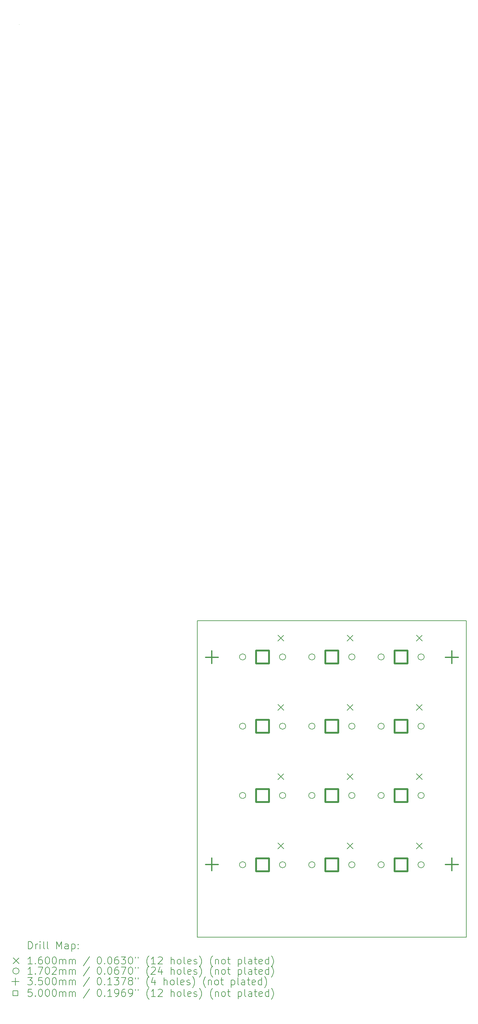
<source format=gbr>
%FSLAX45Y45*%
G04 Gerber Fmt 4.5, Leading zero omitted, Abs format (unit mm)*
G04 Created by KiCad (PCBNEW (6.0.1)) date 2022-02-13 15:50:42*
%MOMM*%
%LPD*%
G01*
G04 APERTURE LIST*
%TA.AperFunction,Profile*%
%ADD10C,0.100000*%
%TD*%
%TA.AperFunction,Profile*%
%ADD11C,0.200000*%
%TD*%
%ADD12C,0.200000*%
%ADD13C,0.160000*%
%ADD14C,0.170180*%
%ADD15C,0.350000*%
%ADD16C,0.500000*%
G04 APERTURE END LIST*
D10*
X6700000Y9400000D02*
G75*
G03*
X6700000Y9400000I0J0D01*
G01*
D11*
X19000000Y-7000000D02*
X11600000Y-7000000D01*
X11600000Y-7000000D02*
X11600000Y-15700000D01*
X11600000Y-15700000D02*
X19000000Y-15700000D01*
X19000000Y-15700000D02*
X19000000Y-7000000D01*
D12*
D13*
X13815000Y-7397500D02*
X13975000Y-7557500D01*
X13975000Y-7397500D02*
X13815000Y-7557500D01*
X13815000Y-9302500D02*
X13975000Y-9462500D01*
X13975000Y-9302500D02*
X13815000Y-9462500D01*
X13815000Y-11207500D02*
X13975000Y-11367500D01*
X13975000Y-11207500D02*
X13815000Y-11367500D01*
X13815000Y-13112500D02*
X13975000Y-13272500D01*
X13975000Y-13112500D02*
X13815000Y-13272500D01*
X15720000Y-7397500D02*
X15880000Y-7557500D01*
X15880000Y-7397500D02*
X15720000Y-7557500D01*
X15720000Y-9302500D02*
X15880000Y-9462500D01*
X15880000Y-9302500D02*
X15720000Y-9462500D01*
X15720000Y-11207500D02*
X15880000Y-11367500D01*
X15880000Y-11207500D02*
X15720000Y-11367500D01*
X15720000Y-13112500D02*
X15880000Y-13272500D01*
X15880000Y-13112500D02*
X15720000Y-13272500D01*
X17625000Y-7397500D02*
X17785000Y-7557500D01*
X17785000Y-7397500D02*
X17625000Y-7557500D01*
X17625000Y-9302500D02*
X17785000Y-9462500D01*
X17785000Y-9302500D02*
X17625000Y-9462500D01*
X17625000Y-11207500D02*
X17785000Y-11367500D01*
X17785000Y-11207500D02*
X17625000Y-11367500D01*
X17625000Y-13112500D02*
X17785000Y-13272500D01*
X17785000Y-13112500D02*
X17625000Y-13272500D01*
D14*
X12930090Y-7992500D02*
G75*
G03*
X12930090Y-7992500I-85090J0D01*
G01*
X12930090Y-9897500D02*
G75*
G03*
X12930090Y-9897500I-85090J0D01*
G01*
X12930090Y-11802500D02*
G75*
G03*
X12930090Y-11802500I-85090J0D01*
G01*
X12930090Y-13707500D02*
G75*
G03*
X12930090Y-13707500I-85090J0D01*
G01*
X14030090Y-7992500D02*
G75*
G03*
X14030090Y-7992500I-85090J0D01*
G01*
X14030090Y-9897500D02*
G75*
G03*
X14030090Y-9897500I-85090J0D01*
G01*
X14030090Y-11802500D02*
G75*
G03*
X14030090Y-11802500I-85090J0D01*
G01*
X14030090Y-13707500D02*
G75*
G03*
X14030090Y-13707500I-85090J0D01*
G01*
X14835090Y-7992500D02*
G75*
G03*
X14835090Y-7992500I-85090J0D01*
G01*
X14835090Y-9897500D02*
G75*
G03*
X14835090Y-9897500I-85090J0D01*
G01*
X14835090Y-11802500D02*
G75*
G03*
X14835090Y-11802500I-85090J0D01*
G01*
X14835090Y-13707500D02*
G75*
G03*
X14835090Y-13707500I-85090J0D01*
G01*
X15935090Y-7992500D02*
G75*
G03*
X15935090Y-7992500I-85090J0D01*
G01*
X15935090Y-9897500D02*
G75*
G03*
X15935090Y-9897500I-85090J0D01*
G01*
X15935090Y-11802500D02*
G75*
G03*
X15935090Y-11802500I-85090J0D01*
G01*
X15935090Y-13707500D02*
G75*
G03*
X15935090Y-13707500I-85090J0D01*
G01*
X16740090Y-7992500D02*
G75*
G03*
X16740090Y-7992500I-85090J0D01*
G01*
X16740090Y-9897500D02*
G75*
G03*
X16740090Y-9897500I-85090J0D01*
G01*
X16740090Y-11802500D02*
G75*
G03*
X16740090Y-11802500I-85090J0D01*
G01*
X16740090Y-13707500D02*
G75*
G03*
X16740090Y-13707500I-85090J0D01*
G01*
X17840090Y-7992500D02*
G75*
G03*
X17840090Y-7992500I-85090J0D01*
G01*
X17840090Y-9897500D02*
G75*
G03*
X17840090Y-9897500I-85090J0D01*
G01*
X17840090Y-11802500D02*
G75*
G03*
X17840090Y-11802500I-85090J0D01*
G01*
X17840090Y-13707500D02*
G75*
G03*
X17840090Y-13707500I-85090J0D01*
G01*
D15*
X12000000Y-7825000D02*
X12000000Y-8175000D01*
X11825000Y-8000000D02*
X12175000Y-8000000D01*
X12000000Y-13525000D02*
X12000000Y-13875000D01*
X11825000Y-13700000D02*
X12175000Y-13700000D01*
X18600000Y-7825000D02*
X18600000Y-8175000D01*
X18425000Y-8000000D02*
X18775000Y-8000000D01*
X18600000Y-13525000D02*
X18600000Y-13875000D01*
X18425000Y-13700000D02*
X18775000Y-13700000D01*
D16*
X13571778Y-8169278D02*
X13571778Y-7815722D01*
X13218222Y-7815722D01*
X13218222Y-8169278D01*
X13571778Y-8169278D01*
X13571778Y-10074278D02*
X13571778Y-9720722D01*
X13218222Y-9720722D01*
X13218222Y-10074278D01*
X13571778Y-10074278D01*
X13571778Y-11979278D02*
X13571778Y-11625722D01*
X13218222Y-11625722D01*
X13218222Y-11979278D01*
X13571778Y-11979278D01*
X13571778Y-13884278D02*
X13571778Y-13530722D01*
X13218222Y-13530722D01*
X13218222Y-13884278D01*
X13571778Y-13884278D01*
X15476778Y-8169278D02*
X15476778Y-7815722D01*
X15123222Y-7815722D01*
X15123222Y-8169278D01*
X15476778Y-8169278D01*
X15476778Y-10074278D02*
X15476778Y-9720722D01*
X15123222Y-9720722D01*
X15123222Y-10074278D01*
X15476778Y-10074278D01*
X15476778Y-11979278D02*
X15476778Y-11625722D01*
X15123222Y-11625722D01*
X15123222Y-11979278D01*
X15476778Y-11979278D01*
X15476778Y-13884278D02*
X15476778Y-13530722D01*
X15123222Y-13530722D01*
X15123222Y-13884278D01*
X15476778Y-13884278D01*
X17381778Y-8169278D02*
X17381778Y-7815722D01*
X17028222Y-7815722D01*
X17028222Y-8169278D01*
X17381778Y-8169278D01*
X17381778Y-10074278D02*
X17381778Y-9720722D01*
X17028222Y-9720722D01*
X17028222Y-10074278D01*
X17381778Y-10074278D01*
X17381778Y-11979278D02*
X17381778Y-11625722D01*
X17028222Y-11625722D01*
X17028222Y-11979278D01*
X17381778Y-11979278D01*
X17381778Y-13884278D02*
X17381778Y-13530722D01*
X17028222Y-13530722D01*
X17028222Y-13884278D01*
X17381778Y-13884278D01*
D12*
X6952619Y-16020476D02*
X6952619Y-15820476D01*
X7000238Y-15820476D01*
X7028809Y-15830000D01*
X7047857Y-15849048D01*
X7057381Y-15868095D01*
X7066905Y-15906190D01*
X7066905Y-15934762D01*
X7057381Y-15972857D01*
X7047857Y-15991905D01*
X7028809Y-16010952D01*
X7000238Y-16020476D01*
X6952619Y-16020476D01*
X7152619Y-16020476D02*
X7152619Y-15887143D01*
X7152619Y-15925238D02*
X7162143Y-15906190D01*
X7171666Y-15896667D01*
X7190714Y-15887143D01*
X7209762Y-15887143D01*
X7276428Y-16020476D02*
X7276428Y-15887143D01*
X7276428Y-15820476D02*
X7266905Y-15830000D01*
X7276428Y-15839524D01*
X7285952Y-15830000D01*
X7276428Y-15820476D01*
X7276428Y-15839524D01*
X7400238Y-16020476D02*
X7381190Y-16010952D01*
X7371666Y-15991905D01*
X7371666Y-15820476D01*
X7505000Y-16020476D02*
X7485952Y-16010952D01*
X7476428Y-15991905D01*
X7476428Y-15820476D01*
X7733571Y-16020476D02*
X7733571Y-15820476D01*
X7800238Y-15963333D01*
X7866905Y-15820476D01*
X7866905Y-16020476D01*
X8047857Y-16020476D02*
X8047857Y-15915714D01*
X8038333Y-15896667D01*
X8019286Y-15887143D01*
X7981190Y-15887143D01*
X7962143Y-15896667D01*
X8047857Y-16010952D02*
X8028809Y-16020476D01*
X7981190Y-16020476D01*
X7962143Y-16010952D01*
X7952619Y-15991905D01*
X7952619Y-15972857D01*
X7962143Y-15953809D01*
X7981190Y-15944286D01*
X8028809Y-15944286D01*
X8047857Y-15934762D01*
X8143095Y-15887143D02*
X8143095Y-16087143D01*
X8143095Y-15896667D02*
X8162143Y-15887143D01*
X8200238Y-15887143D01*
X8219286Y-15896667D01*
X8228809Y-15906190D01*
X8238333Y-15925238D01*
X8238333Y-15982381D01*
X8228809Y-16001428D01*
X8219286Y-16010952D01*
X8200238Y-16020476D01*
X8162143Y-16020476D01*
X8143095Y-16010952D01*
X8324047Y-16001428D02*
X8333571Y-16010952D01*
X8324047Y-16020476D01*
X8314524Y-16010952D01*
X8324047Y-16001428D01*
X8324047Y-16020476D01*
X8324047Y-15896667D02*
X8333571Y-15906190D01*
X8324047Y-15915714D01*
X8314524Y-15906190D01*
X8324047Y-15896667D01*
X8324047Y-15915714D01*
D13*
X6535000Y-16270000D02*
X6695000Y-16430000D01*
X6695000Y-16270000D02*
X6535000Y-16430000D01*
D12*
X7057381Y-16440476D02*
X6943095Y-16440476D01*
X7000238Y-16440476D02*
X7000238Y-16240476D01*
X6981190Y-16269048D01*
X6962143Y-16288095D01*
X6943095Y-16297619D01*
X7143095Y-16421428D02*
X7152619Y-16430952D01*
X7143095Y-16440476D01*
X7133571Y-16430952D01*
X7143095Y-16421428D01*
X7143095Y-16440476D01*
X7324047Y-16240476D02*
X7285952Y-16240476D01*
X7266905Y-16250000D01*
X7257381Y-16259524D01*
X7238333Y-16288095D01*
X7228809Y-16326190D01*
X7228809Y-16402381D01*
X7238333Y-16421428D01*
X7247857Y-16430952D01*
X7266905Y-16440476D01*
X7305000Y-16440476D01*
X7324047Y-16430952D01*
X7333571Y-16421428D01*
X7343095Y-16402381D01*
X7343095Y-16354762D01*
X7333571Y-16335714D01*
X7324047Y-16326190D01*
X7305000Y-16316667D01*
X7266905Y-16316667D01*
X7247857Y-16326190D01*
X7238333Y-16335714D01*
X7228809Y-16354762D01*
X7466905Y-16240476D02*
X7485952Y-16240476D01*
X7505000Y-16250000D01*
X7514524Y-16259524D01*
X7524047Y-16278571D01*
X7533571Y-16316667D01*
X7533571Y-16364286D01*
X7524047Y-16402381D01*
X7514524Y-16421428D01*
X7505000Y-16430952D01*
X7485952Y-16440476D01*
X7466905Y-16440476D01*
X7447857Y-16430952D01*
X7438333Y-16421428D01*
X7428809Y-16402381D01*
X7419286Y-16364286D01*
X7419286Y-16316667D01*
X7428809Y-16278571D01*
X7438333Y-16259524D01*
X7447857Y-16250000D01*
X7466905Y-16240476D01*
X7657381Y-16240476D02*
X7676428Y-16240476D01*
X7695476Y-16250000D01*
X7705000Y-16259524D01*
X7714524Y-16278571D01*
X7724047Y-16316667D01*
X7724047Y-16364286D01*
X7714524Y-16402381D01*
X7705000Y-16421428D01*
X7695476Y-16430952D01*
X7676428Y-16440476D01*
X7657381Y-16440476D01*
X7638333Y-16430952D01*
X7628809Y-16421428D01*
X7619286Y-16402381D01*
X7609762Y-16364286D01*
X7609762Y-16316667D01*
X7619286Y-16278571D01*
X7628809Y-16259524D01*
X7638333Y-16250000D01*
X7657381Y-16240476D01*
X7809762Y-16440476D02*
X7809762Y-16307143D01*
X7809762Y-16326190D02*
X7819286Y-16316667D01*
X7838333Y-16307143D01*
X7866905Y-16307143D01*
X7885952Y-16316667D01*
X7895476Y-16335714D01*
X7895476Y-16440476D01*
X7895476Y-16335714D02*
X7905000Y-16316667D01*
X7924047Y-16307143D01*
X7952619Y-16307143D01*
X7971666Y-16316667D01*
X7981190Y-16335714D01*
X7981190Y-16440476D01*
X8076428Y-16440476D02*
X8076428Y-16307143D01*
X8076428Y-16326190D02*
X8085952Y-16316667D01*
X8105000Y-16307143D01*
X8133571Y-16307143D01*
X8152619Y-16316667D01*
X8162143Y-16335714D01*
X8162143Y-16440476D01*
X8162143Y-16335714D02*
X8171666Y-16316667D01*
X8190714Y-16307143D01*
X8219286Y-16307143D01*
X8238333Y-16316667D01*
X8247857Y-16335714D01*
X8247857Y-16440476D01*
X8638333Y-16230952D02*
X8466905Y-16488095D01*
X8895476Y-16240476D02*
X8914524Y-16240476D01*
X8933571Y-16250000D01*
X8943095Y-16259524D01*
X8952619Y-16278571D01*
X8962143Y-16316667D01*
X8962143Y-16364286D01*
X8952619Y-16402381D01*
X8943095Y-16421428D01*
X8933571Y-16430952D01*
X8914524Y-16440476D01*
X8895476Y-16440476D01*
X8876428Y-16430952D01*
X8866905Y-16421428D01*
X8857381Y-16402381D01*
X8847857Y-16364286D01*
X8847857Y-16316667D01*
X8857381Y-16278571D01*
X8866905Y-16259524D01*
X8876428Y-16250000D01*
X8895476Y-16240476D01*
X9047857Y-16421428D02*
X9057381Y-16430952D01*
X9047857Y-16440476D01*
X9038333Y-16430952D01*
X9047857Y-16421428D01*
X9047857Y-16440476D01*
X9181190Y-16240476D02*
X9200238Y-16240476D01*
X9219286Y-16250000D01*
X9228809Y-16259524D01*
X9238333Y-16278571D01*
X9247857Y-16316667D01*
X9247857Y-16364286D01*
X9238333Y-16402381D01*
X9228809Y-16421428D01*
X9219286Y-16430952D01*
X9200238Y-16440476D01*
X9181190Y-16440476D01*
X9162143Y-16430952D01*
X9152619Y-16421428D01*
X9143095Y-16402381D01*
X9133571Y-16364286D01*
X9133571Y-16316667D01*
X9143095Y-16278571D01*
X9152619Y-16259524D01*
X9162143Y-16250000D01*
X9181190Y-16240476D01*
X9419286Y-16240476D02*
X9381190Y-16240476D01*
X9362143Y-16250000D01*
X9352619Y-16259524D01*
X9333571Y-16288095D01*
X9324048Y-16326190D01*
X9324048Y-16402381D01*
X9333571Y-16421428D01*
X9343095Y-16430952D01*
X9362143Y-16440476D01*
X9400238Y-16440476D01*
X9419286Y-16430952D01*
X9428809Y-16421428D01*
X9438333Y-16402381D01*
X9438333Y-16354762D01*
X9428809Y-16335714D01*
X9419286Y-16326190D01*
X9400238Y-16316667D01*
X9362143Y-16316667D01*
X9343095Y-16326190D01*
X9333571Y-16335714D01*
X9324048Y-16354762D01*
X9505000Y-16240476D02*
X9628809Y-16240476D01*
X9562143Y-16316667D01*
X9590714Y-16316667D01*
X9609762Y-16326190D01*
X9619286Y-16335714D01*
X9628809Y-16354762D01*
X9628809Y-16402381D01*
X9619286Y-16421428D01*
X9609762Y-16430952D01*
X9590714Y-16440476D01*
X9533571Y-16440476D01*
X9514524Y-16430952D01*
X9505000Y-16421428D01*
X9752619Y-16240476D02*
X9771667Y-16240476D01*
X9790714Y-16250000D01*
X9800238Y-16259524D01*
X9809762Y-16278571D01*
X9819286Y-16316667D01*
X9819286Y-16364286D01*
X9809762Y-16402381D01*
X9800238Y-16421428D01*
X9790714Y-16430952D01*
X9771667Y-16440476D01*
X9752619Y-16440476D01*
X9733571Y-16430952D01*
X9724048Y-16421428D01*
X9714524Y-16402381D01*
X9705000Y-16364286D01*
X9705000Y-16316667D01*
X9714524Y-16278571D01*
X9724048Y-16259524D01*
X9733571Y-16250000D01*
X9752619Y-16240476D01*
X9895476Y-16240476D02*
X9895476Y-16278571D01*
X9971667Y-16240476D02*
X9971667Y-16278571D01*
X10266905Y-16516667D02*
X10257381Y-16507143D01*
X10238333Y-16478571D01*
X10228809Y-16459524D01*
X10219286Y-16430952D01*
X10209762Y-16383333D01*
X10209762Y-16345238D01*
X10219286Y-16297619D01*
X10228809Y-16269048D01*
X10238333Y-16250000D01*
X10257381Y-16221428D01*
X10266905Y-16211905D01*
X10447857Y-16440476D02*
X10333571Y-16440476D01*
X10390714Y-16440476D02*
X10390714Y-16240476D01*
X10371667Y-16269048D01*
X10352619Y-16288095D01*
X10333571Y-16297619D01*
X10524048Y-16259524D02*
X10533571Y-16250000D01*
X10552619Y-16240476D01*
X10600238Y-16240476D01*
X10619286Y-16250000D01*
X10628809Y-16259524D01*
X10638333Y-16278571D01*
X10638333Y-16297619D01*
X10628809Y-16326190D01*
X10514524Y-16440476D01*
X10638333Y-16440476D01*
X10876428Y-16440476D02*
X10876428Y-16240476D01*
X10962143Y-16440476D02*
X10962143Y-16335714D01*
X10952619Y-16316667D01*
X10933571Y-16307143D01*
X10905000Y-16307143D01*
X10885952Y-16316667D01*
X10876428Y-16326190D01*
X11085952Y-16440476D02*
X11066905Y-16430952D01*
X11057381Y-16421428D01*
X11047857Y-16402381D01*
X11047857Y-16345238D01*
X11057381Y-16326190D01*
X11066905Y-16316667D01*
X11085952Y-16307143D01*
X11114524Y-16307143D01*
X11133571Y-16316667D01*
X11143095Y-16326190D01*
X11152619Y-16345238D01*
X11152619Y-16402381D01*
X11143095Y-16421428D01*
X11133571Y-16430952D01*
X11114524Y-16440476D01*
X11085952Y-16440476D01*
X11266905Y-16440476D02*
X11247857Y-16430952D01*
X11238333Y-16411905D01*
X11238333Y-16240476D01*
X11419286Y-16430952D02*
X11400238Y-16440476D01*
X11362143Y-16440476D01*
X11343095Y-16430952D01*
X11333571Y-16411905D01*
X11333571Y-16335714D01*
X11343095Y-16316667D01*
X11362143Y-16307143D01*
X11400238Y-16307143D01*
X11419286Y-16316667D01*
X11428809Y-16335714D01*
X11428809Y-16354762D01*
X11333571Y-16373809D01*
X11505000Y-16430952D02*
X11524047Y-16440476D01*
X11562143Y-16440476D01*
X11581190Y-16430952D01*
X11590714Y-16411905D01*
X11590714Y-16402381D01*
X11581190Y-16383333D01*
X11562143Y-16373809D01*
X11533571Y-16373809D01*
X11514524Y-16364286D01*
X11505000Y-16345238D01*
X11505000Y-16335714D01*
X11514524Y-16316667D01*
X11533571Y-16307143D01*
X11562143Y-16307143D01*
X11581190Y-16316667D01*
X11657381Y-16516667D02*
X11666905Y-16507143D01*
X11685952Y-16478571D01*
X11695476Y-16459524D01*
X11705000Y-16430952D01*
X11714524Y-16383333D01*
X11714524Y-16345238D01*
X11705000Y-16297619D01*
X11695476Y-16269048D01*
X11685952Y-16250000D01*
X11666905Y-16221428D01*
X11657381Y-16211905D01*
X12019286Y-16516667D02*
X12009762Y-16507143D01*
X11990714Y-16478571D01*
X11981190Y-16459524D01*
X11971666Y-16430952D01*
X11962143Y-16383333D01*
X11962143Y-16345238D01*
X11971666Y-16297619D01*
X11981190Y-16269048D01*
X11990714Y-16250000D01*
X12009762Y-16221428D01*
X12019286Y-16211905D01*
X12095476Y-16307143D02*
X12095476Y-16440476D01*
X12095476Y-16326190D02*
X12105000Y-16316667D01*
X12124047Y-16307143D01*
X12152619Y-16307143D01*
X12171666Y-16316667D01*
X12181190Y-16335714D01*
X12181190Y-16440476D01*
X12305000Y-16440476D02*
X12285952Y-16430952D01*
X12276428Y-16421428D01*
X12266905Y-16402381D01*
X12266905Y-16345238D01*
X12276428Y-16326190D01*
X12285952Y-16316667D01*
X12305000Y-16307143D01*
X12333571Y-16307143D01*
X12352619Y-16316667D01*
X12362143Y-16326190D01*
X12371666Y-16345238D01*
X12371666Y-16402381D01*
X12362143Y-16421428D01*
X12352619Y-16430952D01*
X12333571Y-16440476D01*
X12305000Y-16440476D01*
X12428809Y-16307143D02*
X12505000Y-16307143D01*
X12457381Y-16240476D02*
X12457381Y-16411905D01*
X12466905Y-16430952D01*
X12485952Y-16440476D01*
X12505000Y-16440476D01*
X12724047Y-16307143D02*
X12724047Y-16507143D01*
X12724047Y-16316667D02*
X12743095Y-16307143D01*
X12781190Y-16307143D01*
X12800238Y-16316667D01*
X12809762Y-16326190D01*
X12819286Y-16345238D01*
X12819286Y-16402381D01*
X12809762Y-16421428D01*
X12800238Y-16430952D01*
X12781190Y-16440476D01*
X12743095Y-16440476D01*
X12724047Y-16430952D01*
X12933571Y-16440476D02*
X12914524Y-16430952D01*
X12905000Y-16411905D01*
X12905000Y-16240476D01*
X13095476Y-16440476D02*
X13095476Y-16335714D01*
X13085952Y-16316667D01*
X13066905Y-16307143D01*
X13028809Y-16307143D01*
X13009762Y-16316667D01*
X13095476Y-16430952D02*
X13076428Y-16440476D01*
X13028809Y-16440476D01*
X13009762Y-16430952D01*
X13000238Y-16411905D01*
X13000238Y-16392857D01*
X13009762Y-16373809D01*
X13028809Y-16364286D01*
X13076428Y-16364286D01*
X13095476Y-16354762D01*
X13162143Y-16307143D02*
X13238333Y-16307143D01*
X13190714Y-16240476D02*
X13190714Y-16411905D01*
X13200238Y-16430952D01*
X13219286Y-16440476D01*
X13238333Y-16440476D01*
X13381190Y-16430952D02*
X13362143Y-16440476D01*
X13324047Y-16440476D01*
X13305000Y-16430952D01*
X13295476Y-16411905D01*
X13295476Y-16335714D01*
X13305000Y-16316667D01*
X13324047Y-16307143D01*
X13362143Y-16307143D01*
X13381190Y-16316667D01*
X13390714Y-16335714D01*
X13390714Y-16354762D01*
X13295476Y-16373809D01*
X13562143Y-16440476D02*
X13562143Y-16240476D01*
X13562143Y-16430952D02*
X13543095Y-16440476D01*
X13505000Y-16440476D01*
X13485952Y-16430952D01*
X13476428Y-16421428D01*
X13466905Y-16402381D01*
X13466905Y-16345238D01*
X13476428Y-16326190D01*
X13485952Y-16316667D01*
X13505000Y-16307143D01*
X13543095Y-16307143D01*
X13562143Y-16316667D01*
X13638333Y-16516667D02*
X13647857Y-16507143D01*
X13666905Y-16478571D01*
X13676428Y-16459524D01*
X13685952Y-16430952D01*
X13695476Y-16383333D01*
X13695476Y-16345238D01*
X13685952Y-16297619D01*
X13676428Y-16269048D01*
X13666905Y-16250000D01*
X13647857Y-16221428D01*
X13638333Y-16211905D01*
D14*
X6695000Y-16630000D02*
G75*
G03*
X6695000Y-16630000I-85090J0D01*
G01*
D12*
X7057381Y-16720476D02*
X6943095Y-16720476D01*
X7000238Y-16720476D02*
X7000238Y-16520476D01*
X6981190Y-16549048D01*
X6962143Y-16568095D01*
X6943095Y-16577619D01*
X7143095Y-16701428D02*
X7152619Y-16710952D01*
X7143095Y-16720476D01*
X7133571Y-16710952D01*
X7143095Y-16701428D01*
X7143095Y-16720476D01*
X7219286Y-16520476D02*
X7352619Y-16520476D01*
X7266905Y-16720476D01*
X7466905Y-16520476D02*
X7485952Y-16520476D01*
X7505000Y-16530000D01*
X7514524Y-16539524D01*
X7524047Y-16558571D01*
X7533571Y-16596667D01*
X7533571Y-16644286D01*
X7524047Y-16682381D01*
X7514524Y-16701428D01*
X7505000Y-16710952D01*
X7485952Y-16720476D01*
X7466905Y-16720476D01*
X7447857Y-16710952D01*
X7438333Y-16701428D01*
X7428809Y-16682381D01*
X7419286Y-16644286D01*
X7419286Y-16596667D01*
X7428809Y-16558571D01*
X7438333Y-16539524D01*
X7447857Y-16530000D01*
X7466905Y-16520476D01*
X7609762Y-16539524D02*
X7619286Y-16530000D01*
X7638333Y-16520476D01*
X7685952Y-16520476D01*
X7705000Y-16530000D01*
X7714524Y-16539524D01*
X7724047Y-16558571D01*
X7724047Y-16577619D01*
X7714524Y-16606190D01*
X7600238Y-16720476D01*
X7724047Y-16720476D01*
X7809762Y-16720476D02*
X7809762Y-16587143D01*
X7809762Y-16606190D02*
X7819286Y-16596667D01*
X7838333Y-16587143D01*
X7866905Y-16587143D01*
X7885952Y-16596667D01*
X7895476Y-16615714D01*
X7895476Y-16720476D01*
X7895476Y-16615714D02*
X7905000Y-16596667D01*
X7924047Y-16587143D01*
X7952619Y-16587143D01*
X7971666Y-16596667D01*
X7981190Y-16615714D01*
X7981190Y-16720476D01*
X8076428Y-16720476D02*
X8076428Y-16587143D01*
X8076428Y-16606190D02*
X8085952Y-16596667D01*
X8105000Y-16587143D01*
X8133571Y-16587143D01*
X8152619Y-16596667D01*
X8162143Y-16615714D01*
X8162143Y-16720476D01*
X8162143Y-16615714D02*
X8171666Y-16596667D01*
X8190714Y-16587143D01*
X8219286Y-16587143D01*
X8238333Y-16596667D01*
X8247857Y-16615714D01*
X8247857Y-16720476D01*
X8638333Y-16510952D02*
X8466905Y-16768095D01*
X8895476Y-16520476D02*
X8914524Y-16520476D01*
X8933571Y-16530000D01*
X8943095Y-16539524D01*
X8952619Y-16558571D01*
X8962143Y-16596667D01*
X8962143Y-16644286D01*
X8952619Y-16682381D01*
X8943095Y-16701428D01*
X8933571Y-16710952D01*
X8914524Y-16720476D01*
X8895476Y-16720476D01*
X8876428Y-16710952D01*
X8866905Y-16701428D01*
X8857381Y-16682381D01*
X8847857Y-16644286D01*
X8847857Y-16596667D01*
X8857381Y-16558571D01*
X8866905Y-16539524D01*
X8876428Y-16530000D01*
X8895476Y-16520476D01*
X9047857Y-16701428D02*
X9057381Y-16710952D01*
X9047857Y-16720476D01*
X9038333Y-16710952D01*
X9047857Y-16701428D01*
X9047857Y-16720476D01*
X9181190Y-16520476D02*
X9200238Y-16520476D01*
X9219286Y-16530000D01*
X9228809Y-16539524D01*
X9238333Y-16558571D01*
X9247857Y-16596667D01*
X9247857Y-16644286D01*
X9238333Y-16682381D01*
X9228809Y-16701428D01*
X9219286Y-16710952D01*
X9200238Y-16720476D01*
X9181190Y-16720476D01*
X9162143Y-16710952D01*
X9152619Y-16701428D01*
X9143095Y-16682381D01*
X9133571Y-16644286D01*
X9133571Y-16596667D01*
X9143095Y-16558571D01*
X9152619Y-16539524D01*
X9162143Y-16530000D01*
X9181190Y-16520476D01*
X9419286Y-16520476D02*
X9381190Y-16520476D01*
X9362143Y-16530000D01*
X9352619Y-16539524D01*
X9333571Y-16568095D01*
X9324048Y-16606190D01*
X9324048Y-16682381D01*
X9333571Y-16701428D01*
X9343095Y-16710952D01*
X9362143Y-16720476D01*
X9400238Y-16720476D01*
X9419286Y-16710952D01*
X9428809Y-16701428D01*
X9438333Y-16682381D01*
X9438333Y-16634762D01*
X9428809Y-16615714D01*
X9419286Y-16606190D01*
X9400238Y-16596667D01*
X9362143Y-16596667D01*
X9343095Y-16606190D01*
X9333571Y-16615714D01*
X9324048Y-16634762D01*
X9505000Y-16520476D02*
X9638333Y-16520476D01*
X9552619Y-16720476D01*
X9752619Y-16520476D02*
X9771667Y-16520476D01*
X9790714Y-16530000D01*
X9800238Y-16539524D01*
X9809762Y-16558571D01*
X9819286Y-16596667D01*
X9819286Y-16644286D01*
X9809762Y-16682381D01*
X9800238Y-16701428D01*
X9790714Y-16710952D01*
X9771667Y-16720476D01*
X9752619Y-16720476D01*
X9733571Y-16710952D01*
X9724048Y-16701428D01*
X9714524Y-16682381D01*
X9705000Y-16644286D01*
X9705000Y-16596667D01*
X9714524Y-16558571D01*
X9724048Y-16539524D01*
X9733571Y-16530000D01*
X9752619Y-16520476D01*
X9895476Y-16520476D02*
X9895476Y-16558571D01*
X9971667Y-16520476D02*
X9971667Y-16558571D01*
X10266905Y-16796667D02*
X10257381Y-16787143D01*
X10238333Y-16758571D01*
X10228809Y-16739524D01*
X10219286Y-16710952D01*
X10209762Y-16663333D01*
X10209762Y-16625238D01*
X10219286Y-16577619D01*
X10228809Y-16549048D01*
X10238333Y-16530000D01*
X10257381Y-16501428D01*
X10266905Y-16491905D01*
X10333571Y-16539524D02*
X10343095Y-16530000D01*
X10362143Y-16520476D01*
X10409762Y-16520476D01*
X10428809Y-16530000D01*
X10438333Y-16539524D01*
X10447857Y-16558571D01*
X10447857Y-16577619D01*
X10438333Y-16606190D01*
X10324048Y-16720476D01*
X10447857Y-16720476D01*
X10619286Y-16587143D02*
X10619286Y-16720476D01*
X10571667Y-16510952D02*
X10524048Y-16653809D01*
X10647857Y-16653809D01*
X10876428Y-16720476D02*
X10876428Y-16520476D01*
X10962143Y-16720476D02*
X10962143Y-16615714D01*
X10952619Y-16596667D01*
X10933571Y-16587143D01*
X10905000Y-16587143D01*
X10885952Y-16596667D01*
X10876428Y-16606190D01*
X11085952Y-16720476D02*
X11066905Y-16710952D01*
X11057381Y-16701428D01*
X11047857Y-16682381D01*
X11047857Y-16625238D01*
X11057381Y-16606190D01*
X11066905Y-16596667D01*
X11085952Y-16587143D01*
X11114524Y-16587143D01*
X11133571Y-16596667D01*
X11143095Y-16606190D01*
X11152619Y-16625238D01*
X11152619Y-16682381D01*
X11143095Y-16701428D01*
X11133571Y-16710952D01*
X11114524Y-16720476D01*
X11085952Y-16720476D01*
X11266905Y-16720476D02*
X11247857Y-16710952D01*
X11238333Y-16691905D01*
X11238333Y-16520476D01*
X11419286Y-16710952D02*
X11400238Y-16720476D01*
X11362143Y-16720476D01*
X11343095Y-16710952D01*
X11333571Y-16691905D01*
X11333571Y-16615714D01*
X11343095Y-16596667D01*
X11362143Y-16587143D01*
X11400238Y-16587143D01*
X11419286Y-16596667D01*
X11428809Y-16615714D01*
X11428809Y-16634762D01*
X11333571Y-16653809D01*
X11505000Y-16710952D02*
X11524047Y-16720476D01*
X11562143Y-16720476D01*
X11581190Y-16710952D01*
X11590714Y-16691905D01*
X11590714Y-16682381D01*
X11581190Y-16663333D01*
X11562143Y-16653809D01*
X11533571Y-16653809D01*
X11514524Y-16644286D01*
X11505000Y-16625238D01*
X11505000Y-16615714D01*
X11514524Y-16596667D01*
X11533571Y-16587143D01*
X11562143Y-16587143D01*
X11581190Y-16596667D01*
X11657381Y-16796667D02*
X11666905Y-16787143D01*
X11685952Y-16758571D01*
X11695476Y-16739524D01*
X11705000Y-16710952D01*
X11714524Y-16663333D01*
X11714524Y-16625238D01*
X11705000Y-16577619D01*
X11695476Y-16549048D01*
X11685952Y-16530000D01*
X11666905Y-16501428D01*
X11657381Y-16491905D01*
X12019286Y-16796667D02*
X12009762Y-16787143D01*
X11990714Y-16758571D01*
X11981190Y-16739524D01*
X11971666Y-16710952D01*
X11962143Y-16663333D01*
X11962143Y-16625238D01*
X11971666Y-16577619D01*
X11981190Y-16549048D01*
X11990714Y-16530000D01*
X12009762Y-16501428D01*
X12019286Y-16491905D01*
X12095476Y-16587143D02*
X12095476Y-16720476D01*
X12095476Y-16606190D02*
X12105000Y-16596667D01*
X12124047Y-16587143D01*
X12152619Y-16587143D01*
X12171666Y-16596667D01*
X12181190Y-16615714D01*
X12181190Y-16720476D01*
X12305000Y-16720476D02*
X12285952Y-16710952D01*
X12276428Y-16701428D01*
X12266905Y-16682381D01*
X12266905Y-16625238D01*
X12276428Y-16606190D01*
X12285952Y-16596667D01*
X12305000Y-16587143D01*
X12333571Y-16587143D01*
X12352619Y-16596667D01*
X12362143Y-16606190D01*
X12371666Y-16625238D01*
X12371666Y-16682381D01*
X12362143Y-16701428D01*
X12352619Y-16710952D01*
X12333571Y-16720476D01*
X12305000Y-16720476D01*
X12428809Y-16587143D02*
X12505000Y-16587143D01*
X12457381Y-16520476D02*
X12457381Y-16691905D01*
X12466905Y-16710952D01*
X12485952Y-16720476D01*
X12505000Y-16720476D01*
X12724047Y-16587143D02*
X12724047Y-16787143D01*
X12724047Y-16596667D02*
X12743095Y-16587143D01*
X12781190Y-16587143D01*
X12800238Y-16596667D01*
X12809762Y-16606190D01*
X12819286Y-16625238D01*
X12819286Y-16682381D01*
X12809762Y-16701428D01*
X12800238Y-16710952D01*
X12781190Y-16720476D01*
X12743095Y-16720476D01*
X12724047Y-16710952D01*
X12933571Y-16720476D02*
X12914524Y-16710952D01*
X12905000Y-16691905D01*
X12905000Y-16520476D01*
X13095476Y-16720476D02*
X13095476Y-16615714D01*
X13085952Y-16596667D01*
X13066905Y-16587143D01*
X13028809Y-16587143D01*
X13009762Y-16596667D01*
X13095476Y-16710952D02*
X13076428Y-16720476D01*
X13028809Y-16720476D01*
X13009762Y-16710952D01*
X13000238Y-16691905D01*
X13000238Y-16672857D01*
X13009762Y-16653809D01*
X13028809Y-16644286D01*
X13076428Y-16644286D01*
X13095476Y-16634762D01*
X13162143Y-16587143D02*
X13238333Y-16587143D01*
X13190714Y-16520476D02*
X13190714Y-16691905D01*
X13200238Y-16710952D01*
X13219286Y-16720476D01*
X13238333Y-16720476D01*
X13381190Y-16710952D02*
X13362143Y-16720476D01*
X13324047Y-16720476D01*
X13305000Y-16710952D01*
X13295476Y-16691905D01*
X13295476Y-16615714D01*
X13305000Y-16596667D01*
X13324047Y-16587143D01*
X13362143Y-16587143D01*
X13381190Y-16596667D01*
X13390714Y-16615714D01*
X13390714Y-16634762D01*
X13295476Y-16653809D01*
X13562143Y-16720476D02*
X13562143Y-16520476D01*
X13562143Y-16710952D02*
X13543095Y-16720476D01*
X13505000Y-16720476D01*
X13485952Y-16710952D01*
X13476428Y-16701428D01*
X13466905Y-16682381D01*
X13466905Y-16625238D01*
X13476428Y-16606190D01*
X13485952Y-16596667D01*
X13505000Y-16587143D01*
X13543095Y-16587143D01*
X13562143Y-16596667D01*
X13638333Y-16796667D02*
X13647857Y-16787143D01*
X13666905Y-16758571D01*
X13676428Y-16739524D01*
X13685952Y-16710952D01*
X13695476Y-16663333D01*
X13695476Y-16625238D01*
X13685952Y-16577619D01*
X13676428Y-16549048D01*
X13666905Y-16530000D01*
X13647857Y-16501428D01*
X13638333Y-16491905D01*
X6595000Y-16820180D02*
X6595000Y-17020180D01*
X6495000Y-16920180D02*
X6695000Y-16920180D01*
X6933571Y-16810656D02*
X7057381Y-16810656D01*
X6990714Y-16886847D01*
X7019286Y-16886847D01*
X7038333Y-16896370D01*
X7047857Y-16905894D01*
X7057381Y-16924942D01*
X7057381Y-16972561D01*
X7047857Y-16991609D01*
X7038333Y-17001132D01*
X7019286Y-17010656D01*
X6962143Y-17010656D01*
X6943095Y-17001132D01*
X6933571Y-16991609D01*
X7143095Y-16991609D02*
X7152619Y-17001132D01*
X7143095Y-17010656D01*
X7133571Y-17001132D01*
X7143095Y-16991609D01*
X7143095Y-17010656D01*
X7333571Y-16810656D02*
X7238333Y-16810656D01*
X7228809Y-16905894D01*
X7238333Y-16896370D01*
X7257381Y-16886847D01*
X7305000Y-16886847D01*
X7324047Y-16896370D01*
X7333571Y-16905894D01*
X7343095Y-16924942D01*
X7343095Y-16972561D01*
X7333571Y-16991609D01*
X7324047Y-17001132D01*
X7305000Y-17010656D01*
X7257381Y-17010656D01*
X7238333Y-17001132D01*
X7228809Y-16991609D01*
X7466905Y-16810656D02*
X7485952Y-16810656D01*
X7505000Y-16820180D01*
X7514524Y-16829704D01*
X7524047Y-16848751D01*
X7533571Y-16886847D01*
X7533571Y-16934466D01*
X7524047Y-16972561D01*
X7514524Y-16991609D01*
X7505000Y-17001132D01*
X7485952Y-17010656D01*
X7466905Y-17010656D01*
X7447857Y-17001132D01*
X7438333Y-16991609D01*
X7428809Y-16972561D01*
X7419286Y-16934466D01*
X7419286Y-16886847D01*
X7428809Y-16848751D01*
X7438333Y-16829704D01*
X7447857Y-16820180D01*
X7466905Y-16810656D01*
X7657381Y-16810656D02*
X7676428Y-16810656D01*
X7695476Y-16820180D01*
X7705000Y-16829704D01*
X7714524Y-16848751D01*
X7724047Y-16886847D01*
X7724047Y-16934466D01*
X7714524Y-16972561D01*
X7705000Y-16991609D01*
X7695476Y-17001132D01*
X7676428Y-17010656D01*
X7657381Y-17010656D01*
X7638333Y-17001132D01*
X7628809Y-16991609D01*
X7619286Y-16972561D01*
X7609762Y-16934466D01*
X7609762Y-16886847D01*
X7619286Y-16848751D01*
X7628809Y-16829704D01*
X7638333Y-16820180D01*
X7657381Y-16810656D01*
X7809762Y-17010656D02*
X7809762Y-16877323D01*
X7809762Y-16896370D02*
X7819286Y-16886847D01*
X7838333Y-16877323D01*
X7866905Y-16877323D01*
X7885952Y-16886847D01*
X7895476Y-16905894D01*
X7895476Y-17010656D01*
X7895476Y-16905894D02*
X7905000Y-16886847D01*
X7924047Y-16877323D01*
X7952619Y-16877323D01*
X7971666Y-16886847D01*
X7981190Y-16905894D01*
X7981190Y-17010656D01*
X8076428Y-17010656D02*
X8076428Y-16877323D01*
X8076428Y-16896370D02*
X8085952Y-16886847D01*
X8105000Y-16877323D01*
X8133571Y-16877323D01*
X8152619Y-16886847D01*
X8162143Y-16905894D01*
X8162143Y-17010656D01*
X8162143Y-16905894D02*
X8171666Y-16886847D01*
X8190714Y-16877323D01*
X8219286Y-16877323D01*
X8238333Y-16886847D01*
X8247857Y-16905894D01*
X8247857Y-17010656D01*
X8638333Y-16801132D02*
X8466905Y-17058275D01*
X8895476Y-16810656D02*
X8914524Y-16810656D01*
X8933571Y-16820180D01*
X8943095Y-16829704D01*
X8952619Y-16848751D01*
X8962143Y-16886847D01*
X8962143Y-16934466D01*
X8952619Y-16972561D01*
X8943095Y-16991609D01*
X8933571Y-17001132D01*
X8914524Y-17010656D01*
X8895476Y-17010656D01*
X8876428Y-17001132D01*
X8866905Y-16991609D01*
X8857381Y-16972561D01*
X8847857Y-16934466D01*
X8847857Y-16886847D01*
X8857381Y-16848751D01*
X8866905Y-16829704D01*
X8876428Y-16820180D01*
X8895476Y-16810656D01*
X9047857Y-16991609D02*
X9057381Y-17001132D01*
X9047857Y-17010656D01*
X9038333Y-17001132D01*
X9047857Y-16991609D01*
X9047857Y-17010656D01*
X9247857Y-17010656D02*
X9133571Y-17010656D01*
X9190714Y-17010656D02*
X9190714Y-16810656D01*
X9171667Y-16839228D01*
X9152619Y-16858275D01*
X9133571Y-16867799D01*
X9314524Y-16810656D02*
X9438333Y-16810656D01*
X9371667Y-16886847D01*
X9400238Y-16886847D01*
X9419286Y-16896370D01*
X9428809Y-16905894D01*
X9438333Y-16924942D01*
X9438333Y-16972561D01*
X9428809Y-16991609D01*
X9419286Y-17001132D01*
X9400238Y-17010656D01*
X9343095Y-17010656D01*
X9324048Y-17001132D01*
X9314524Y-16991609D01*
X9505000Y-16810656D02*
X9638333Y-16810656D01*
X9552619Y-17010656D01*
X9743095Y-16896370D02*
X9724048Y-16886847D01*
X9714524Y-16877323D01*
X9705000Y-16858275D01*
X9705000Y-16848751D01*
X9714524Y-16829704D01*
X9724048Y-16820180D01*
X9743095Y-16810656D01*
X9781190Y-16810656D01*
X9800238Y-16820180D01*
X9809762Y-16829704D01*
X9819286Y-16848751D01*
X9819286Y-16858275D01*
X9809762Y-16877323D01*
X9800238Y-16886847D01*
X9781190Y-16896370D01*
X9743095Y-16896370D01*
X9724048Y-16905894D01*
X9714524Y-16915418D01*
X9705000Y-16934466D01*
X9705000Y-16972561D01*
X9714524Y-16991609D01*
X9724048Y-17001132D01*
X9743095Y-17010656D01*
X9781190Y-17010656D01*
X9800238Y-17001132D01*
X9809762Y-16991609D01*
X9819286Y-16972561D01*
X9819286Y-16934466D01*
X9809762Y-16915418D01*
X9800238Y-16905894D01*
X9781190Y-16896370D01*
X9895476Y-16810656D02*
X9895476Y-16848751D01*
X9971667Y-16810656D02*
X9971667Y-16848751D01*
X10266905Y-17086847D02*
X10257381Y-17077323D01*
X10238333Y-17048751D01*
X10228809Y-17029704D01*
X10219286Y-17001132D01*
X10209762Y-16953513D01*
X10209762Y-16915418D01*
X10219286Y-16867799D01*
X10228809Y-16839228D01*
X10238333Y-16820180D01*
X10257381Y-16791609D01*
X10266905Y-16782085D01*
X10428809Y-16877323D02*
X10428809Y-17010656D01*
X10381190Y-16801132D02*
X10333571Y-16943990D01*
X10457381Y-16943990D01*
X10685952Y-17010656D02*
X10685952Y-16810656D01*
X10771667Y-17010656D02*
X10771667Y-16905894D01*
X10762143Y-16886847D01*
X10743095Y-16877323D01*
X10714524Y-16877323D01*
X10695476Y-16886847D01*
X10685952Y-16896370D01*
X10895476Y-17010656D02*
X10876428Y-17001132D01*
X10866905Y-16991609D01*
X10857381Y-16972561D01*
X10857381Y-16915418D01*
X10866905Y-16896370D01*
X10876428Y-16886847D01*
X10895476Y-16877323D01*
X10924048Y-16877323D01*
X10943095Y-16886847D01*
X10952619Y-16896370D01*
X10962143Y-16915418D01*
X10962143Y-16972561D01*
X10952619Y-16991609D01*
X10943095Y-17001132D01*
X10924048Y-17010656D01*
X10895476Y-17010656D01*
X11076428Y-17010656D02*
X11057381Y-17001132D01*
X11047857Y-16982085D01*
X11047857Y-16810656D01*
X11228809Y-17001132D02*
X11209762Y-17010656D01*
X11171667Y-17010656D01*
X11152619Y-17001132D01*
X11143095Y-16982085D01*
X11143095Y-16905894D01*
X11152619Y-16886847D01*
X11171667Y-16877323D01*
X11209762Y-16877323D01*
X11228809Y-16886847D01*
X11238333Y-16905894D01*
X11238333Y-16924942D01*
X11143095Y-16943990D01*
X11314524Y-17001132D02*
X11333571Y-17010656D01*
X11371666Y-17010656D01*
X11390714Y-17001132D01*
X11400238Y-16982085D01*
X11400238Y-16972561D01*
X11390714Y-16953513D01*
X11371666Y-16943990D01*
X11343095Y-16943990D01*
X11324047Y-16934466D01*
X11314524Y-16915418D01*
X11314524Y-16905894D01*
X11324047Y-16886847D01*
X11343095Y-16877323D01*
X11371666Y-16877323D01*
X11390714Y-16886847D01*
X11466905Y-17086847D02*
X11476428Y-17077323D01*
X11495476Y-17048751D01*
X11505000Y-17029704D01*
X11514524Y-17001132D01*
X11524047Y-16953513D01*
X11524047Y-16915418D01*
X11514524Y-16867799D01*
X11505000Y-16839228D01*
X11495476Y-16820180D01*
X11476428Y-16791609D01*
X11466905Y-16782085D01*
X11828809Y-17086847D02*
X11819286Y-17077323D01*
X11800238Y-17048751D01*
X11790714Y-17029704D01*
X11781190Y-17001132D01*
X11771666Y-16953513D01*
X11771666Y-16915418D01*
X11781190Y-16867799D01*
X11790714Y-16839228D01*
X11800238Y-16820180D01*
X11819286Y-16791609D01*
X11828809Y-16782085D01*
X11905000Y-16877323D02*
X11905000Y-17010656D01*
X11905000Y-16896370D02*
X11914524Y-16886847D01*
X11933571Y-16877323D01*
X11962143Y-16877323D01*
X11981190Y-16886847D01*
X11990714Y-16905894D01*
X11990714Y-17010656D01*
X12114524Y-17010656D02*
X12095476Y-17001132D01*
X12085952Y-16991609D01*
X12076428Y-16972561D01*
X12076428Y-16915418D01*
X12085952Y-16896370D01*
X12095476Y-16886847D01*
X12114524Y-16877323D01*
X12143095Y-16877323D01*
X12162143Y-16886847D01*
X12171666Y-16896370D01*
X12181190Y-16915418D01*
X12181190Y-16972561D01*
X12171666Y-16991609D01*
X12162143Y-17001132D01*
X12143095Y-17010656D01*
X12114524Y-17010656D01*
X12238333Y-16877323D02*
X12314524Y-16877323D01*
X12266905Y-16810656D02*
X12266905Y-16982085D01*
X12276428Y-17001132D01*
X12295476Y-17010656D01*
X12314524Y-17010656D01*
X12533571Y-16877323D02*
X12533571Y-17077323D01*
X12533571Y-16886847D02*
X12552619Y-16877323D01*
X12590714Y-16877323D01*
X12609762Y-16886847D01*
X12619286Y-16896370D01*
X12628809Y-16915418D01*
X12628809Y-16972561D01*
X12619286Y-16991609D01*
X12609762Y-17001132D01*
X12590714Y-17010656D01*
X12552619Y-17010656D01*
X12533571Y-17001132D01*
X12743095Y-17010656D02*
X12724047Y-17001132D01*
X12714524Y-16982085D01*
X12714524Y-16810656D01*
X12905000Y-17010656D02*
X12905000Y-16905894D01*
X12895476Y-16886847D01*
X12876428Y-16877323D01*
X12838333Y-16877323D01*
X12819286Y-16886847D01*
X12905000Y-17001132D02*
X12885952Y-17010656D01*
X12838333Y-17010656D01*
X12819286Y-17001132D01*
X12809762Y-16982085D01*
X12809762Y-16963037D01*
X12819286Y-16943990D01*
X12838333Y-16934466D01*
X12885952Y-16934466D01*
X12905000Y-16924942D01*
X12971666Y-16877323D02*
X13047857Y-16877323D01*
X13000238Y-16810656D02*
X13000238Y-16982085D01*
X13009762Y-17001132D01*
X13028809Y-17010656D01*
X13047857Y-17010656D01*
X13190714Y-17001132D02*
X13171666Y-17010656D01*
X13133571Y-17010656D01*
X13114524Y-17001132D01*
X13105000Y-16982085D01*
X13105000Y-16905894D01*
X13114524Y-16886847D01*
X13133571Y-16877323D01*
X13171666Y-16877323D01*
X13190714Y-16886847D01*
X13200238Y-16905894D01*
X13200238Y-16924942D01*
X13105000Y-16943990D01*
X13371666Y-17010656D02*
X13371666Y-16810656D01*
X13371666Y-17001132D02*
X13352619Y-17010656D01*
X13314524Y-17010656D01*
X13295476Y-17001132D01*
X13285952Y-16991609D01*
X13276428Y-16972561D01*
X13276428Y-16915418D01*
X13285952Y-16896370D01*
X13295476Y-16886847D01*
X13314524Y-16877323D01*
X13352619Y-16877323D01*
X13371666Y-16886847D01*
X13447857Y-17086847D02*
X13457381Y-17077323D01*
X13476428Y-17048751D01*
X13485952Y-17029704D01*
X13495476Y-17001132D01*
X13505000Y-16953513D01*
X13505000Y-16915418D01*
X13495476Y-16867799D01*
X13485952Y-16839228D01*
X13476428Y-16820180D01*
X13457381Y-16791609D01*
X13447857Y-16782085D01*
X6665711Y-17310891D02*
X6665711Y-17169469D01*
X6524288Y-17169469D01*
X6524288Y-17310891D01*
X6665711Y-17310891D01*
X7047857Y-17130656D02*
X6952619Y-17130656D01*
X6943095Y-17225894D01*
X6952619Y-17216370D01*
X6971666Y-17206847D01*
X7019286Y-17206847D01*
X7038333Y-17216370D01*
X7047857Y-17225894D01*
X7057381Y-17244942D01*
X7057381Y-17292561D01*
X7047857Y-17311609D01*
X7038333Y-17321132D01*
X7019286Y-17330656D01*
X6971666Y-17330656D01*
X6952619Y-17321132D01*
X6943095Y-17311609D01*
X7143095Y-17311609D02*
X7152619Y-17321132D01*
X7143095Y-17330656D01*
X7133571Y-17321132D01*
X7143095Y-17311609D01*
X7143095Y-17330656D01*
X7276428Y-17130656D02*
X7295476Y-17130656D01*
X7314524Y-17140180D01*
X7324047Y-17149704D01*
X7333571Y-17168751D01*
X7343095Y-17206847D01*
X7343095Y-17254466D01*
X7333571Y-17292561D01*
X7324047Y-17311609D01*
X7314524Y-17321132D01*
X7295476Y-17330656D01*
X7276428Y-17330656D01*
X7257381Y-17321132D01*
X7247857Y-17311609D01*
X7238333Y-17292561D01*
X7228809Y-17254466D01*
X7228809Y-17206847D01*
X7238333Y-17168751D01*
X7247857Y-17149704D01*
X7257381Y-17140180D01*
X7276428Y-17130656D01*
X7466905Y-17130656D02*
X7485952Y-17130656D01*
X7505000Y-17140180D01*
X7514524Y-17149704D01*
X7524047Y-17168751D01*
X7533571Y-17206847D01*
X7533571Y-17254466D01*
X7524047Y-17292561D01*
X7514524Y-17311609D01*
X7505000Y-17321132D01*
X7485952Y-17330656D01*
X7466905Y-17330656D01*
X7447857Y-17321132D01*
X7438333Y-17311609D01*
X7428809Y-17292561D01*
X7419286Y-17254466D01*
X7419286Y-17206847D01*
X7428809Y-17168751D01*
X7438333Y-17149704D01*
X7447857Y-17140180D01*
X7466905Y-17130656D01*
X7657381Y-17130656D02*
X7676428Y-17130656D01*
X7695476Y-17140180D01*
X7705000Y-17149704D01*
X7714524Y-17168751D01*
X7724047Y-17206847D01*
X7724047Y-17254466D01*
X7714524Y-17292561D01*
X7705000Y-17311609D01*
X7695476Y-17321132D01*
X7676428Y-17330656D01*
X7657381Y-17330656D01*
X7638333Y-17321132D01*
X7628809Y-17311609D01*
X7619286Y-17292561D01*
X7609762Y-17254466D01*
X7609762Y-17206847D01*
X7619286Y-17168751D01*
X7628809Y-17149704D01*
X7638333Y-17140180D01*
X7657381Y-17130656D01*
X7809762Y-17330656D02*
X7809762Y-17197323D01*
X7809762Y-17216370D02*
X7819286Y-17206847D01*
X7838333Y-17197323D01*
X7866905Y-17197323D01*
X7885952Y-17206847D01*
X7895476Y-17225894D01*
X7895476Y-17330656D01*
X7895476Y-17225894D02*
X7905000Y-17206847D01*
X7924047Y-17197323D01*
X7952619Y-17197323D01*
X7971666Y-17206847D01*
X7981190Y-17225894D01*
X7981190Y-17330656D01*
X8076428Y-17330656D02*
X8076428Y-17197323D01*
X8076428Y-17216370D02*
X8085952Y-17206847D01*
X8105000Y-17197323D01*
X8133571Y-17197323D01*
X8152619Y-17206847D01*
X8162143Y-17225894D01*
X8162143Y-17330656D01*
X8162143Y-17225894D02*
X8171666Y-17206847D01*
X8190714Y-17197323D01*
X8219286Y-17197323D01*
X8238333Y-17206847D01*
X8247857Y-17225894D01*
X8247857Y-17330656D01*
X8638333Y-17121132D02*
X8466905Y-17378275D01*
X8895476Y-17130656D02*
X8914524Y-17130656D01*
X8933571Y-17140180D01*
X8943095Y-17149704D01*
X8952619Y-17168751D01*
X8962143Y-17206847D01*
X8962143Y-17254466D01*
X8952619Y-17292561D01*
X8943095Y-17311609D01*
X8933571Y-17321132D01*
X8914524Y-17330656D01*
X8895476Y-17330656D01*
X8876428Y-17321132D01*
X8866905Y-17311609D01*
X8857381Y-17292561D01*
X8847857Y-17254466D01*
X8847857Y-17206847D01*
X8857381Y-17168751D01*
X8866905Y-17149704D01*
X8876428Y-17140180D01*
X8895476Y-17130656D01*
X9047857Y-17311609D02*
X9057381Y-17321132D01*
X9047857Y-17330656D01*
X9038333Y-17321132D01*
X9047857Y-17311609D01*
X9047857Y-17330656D01*
X9247857Y-17330656D02*
X9133571Y-17330656D01*
X9190714Y-17330656D02*
X9190714Y-17130656D01*
X9171667Y-17159228D01*
X9152619Y-17178275D01*
X9133571Y-17187799D01*
X9343095Y-17330656D02*
X9381190Y-17330656D01*
X9400238Y-17321132D01*
X9409762Y-17311609D01*
X9428809Y-17283037D01*
X9438333Y-17244942D01*
X9438333Y-17168751D01*
X9428809Y-17149704D01*
X9419286Y-17140180D01*
X9400238Y-17130656D01*
X9362143Y-17130656D01*
X9343095Y-17140180D01*
X9333571Y-17149704D01*
X9324048Y-17168751D01*
X9324048Y-17216370D01*
X9333571Y-17235418D01*
X9343095Y-17244942D01*
X9362143Y-17254466D01*
X9400238Y-17254466D01*
X9419286Y-17244942D01*
X9428809Y-17235418D01*
X9438333Y-17216370D01*
X9609762Y-17130656D02*
X9571667Y-17130656D01*
X9552619Y-17140180D01*
X9543095Y-17149704D01*
X9524048Y-17178275D01*
X9514524Y-17216370D01*
X9514524Y-17292561D01*
X9524048Y-17311609D01*
X9533571Y-17321132D01*
X9552619Y-17330656D01*
X9590714Y-17330656D01*
X9609762Y-17321132D01*
X9619286Y-17311609D01*
X9628809Y-17292561D01*
X9628809Y-17244942D01*
X9619286Y-17225894D01*
X9609762Y-17216370D01*
X9590714Y-17206847D01*
X9552619Y-17206847D01*
X9533571Y-17216370D01*
X9524048Y-17225894D01*
X9514524Y-17244942D01*
X9724048Y-17330656D02*
X9762143Y-17330656D01*
X9781190Y-17321132D01*
X9790714Y-17311609D01*
X9809762Y-17283037D01*
X9819286Y-17244942D01*
X9819286Y-17168751D01*
X9809762Y-17149704D01*
X9800238Y-17140180D01*
X9781190Y-17130656D01*
X9743095Y-17130656D01*
X9724048Y-17140180D01*
X9714524Y-17149704D01*
X9705000Y-17168751D01*
X9705000Y-17216370D01*
X9714524Y-17235418D01*
X9724048Y-17244942D01*
X9743095Y-17254466D01*
X9781190Y-17254466D01*
X9800238Y-17244942D01*
X9809762Y-17235418D01*
X9819286Y-17216370D01*
X9895476Y-17130656D02*
X9895476Y-17168751D01*
X9971667Y-17130656D02*
X9971667Y-17168751D01*
X10266905Y-17406847D02*
X10257381Y-17397323D01*
X10238333Y-17368751D01*
X10228809Y-17349704D01*
X10219286Y-17321132D01*
X10209762Y-17273513D01*
X10209762Y-17235418D01*
X10219286Y-17187799D01*
X10228809Y-17159228D01*
X10238333Y-17140180D01*
X10257381Y-17111609D01*
X10266905Y-17102085D01*
X10447857Y-17330656D02*
X10333571Y-17330656D01*
X10390714Y-17330656D02*
X10390714Y-17130656D01*
X10371667Y-17159228D01*
X10352619Y-17178275D01*
X10333571Y-17187799D01*
X10524048Y-17149704D02*
X10533571Y-17140180D01*
X10552619Y-17130656D01*
X10600238Y-17130656D01*
X10619286Y-17140180D01*
X10628809Y-17149704D01*
X10638333Y-17168751D01*
X10638333Y-17187799D01*
X10628809Y-17216370D01*
X10514524Y-17330656D01*
X10638333Y-17330656D01*
X10876428Y-17330656D02*
X10876428Y-17130656D01*
X10962143Y-17330656D02*
X10962143Y-17225894D01*
X10952619Y-17206847D01*
X10933571Y-17197323D01*
X10905000Y-17197323D01*
X10885952Y-17206847D01*
X10876428Y-17216370D01*
X11085952Y-17330656D02*
X11066905Y-17321132D01*
X11057381Y-17311609D01*
X11047857Y-17292561D01*
X11047857Y-17235418D01*
X11057381Y-17216370D01*
X11066905Y-17206847D01*
X11085952Y-17197323D01*
X11114524Y-17197323D01*
X11133571Y-17206847D01*
X11143095Y-17216370D01*
X11152619Y-17235418D01*
X11152619Y-17292561D01*
X11143095Y-17311609D01*
X11133571Y-17321132D01*
X11114524Y-17330656D01*
X11085952Y-17330656D01*
X11266905Y-17330656D02*
X11247857Y-17321132D01*
X11238333Y-17302085D01*
X11238333Y-17130656D01*
X11419286Y-17321132D02*
X11400238Y-17330656D01*
X11362143Y-17330656D01*
X11343095Y-17321132D01*
X11333571Y-17302085D01*
X11333571Y-17225894D01*
X11343095Y-17206847D01*
X11362143Y-17197323D01*
X11400238Y-17197323D01*
X11419286Y-17206847D01*
X11428809Y-17225894D01*
X11428809Y-17244942D01*
X11333571Y-17263990D01*
X11505000Y-17321132D02*
X11524047Y-17330656D01*
X11562143Y-17330656D01*
X11581190Y-17321132D01*
X11590714Y-17302085D01*
X11590714Y-17292561D01*
X11581190Y-17273513D01*
X11562143Y-17263990D01*
X11533571Y-17263990D01*
X11514524Y-17254466D01*
X11505000Y-17235418D01*
X11505000Y-17225894D01*
X11514524Y-17206847D01*
X11533571Y-17197323D01*
X11562143Y-17197323D01*
X11581190Y-17206847D01*
X11657381Y-17406847D02*
X11666905Y-17397323D01*
X11685952Y-17368751D01*
X11695476Y-17349704D01*
X11705000Y-17321132D01*
X11714524Y-17273513D01*
X11714524Y-17235418D01*
X11705000Y-17187799D01*
X11695476Y-17159228D01*
X11685952Y-17140180D01*
X11666905Y-17111609D01*
X11657381Y-17102085D01*
X12019286Y-17406847D02*
X12009762Y-17397323D01*
X11990714Y-17368751D01*
X11981190Y-17349704D01*
X11971666Y-17321132D01*
X11962143Y-17273513D01*
X11962143Y-17235418D01*
X11971666Y-17187799D01*
X11981190Y-17159228D01*
X11990714Y-17140180D01*
X12009762Y-17111609D01*
X12019286Y-17102085D01*
X12095476Y-17197323D02*
X12095476Y-17330656D01*
X12095476Y-17216370D02*
X12105000Y-17206847D01*
X12124047Y-17197323D01*
X12152619Y-17197323D01*
X12171666Y-17206847D01*
X12181190Y-17225894D01*
X12181190Y-17330656D01*
X12305000Y-17330656D02*
X12285952Y-17321132D01*
X12276428Y-17311609D01*
X12266905Y-17292561D01*
X12266905Y-17235418D01*
X12276428Y-17216370D01*
X12285952Y-17206847D01*
X12305000Y-17197323D01*
X12333571Y-17197323D01*
X12352619Y-17206847D01*
X12362143Y-17216370D01*
X12371666Y-17235418D01*
X12371666Y-17292561D01*
X12362143Y-17311609D01*
X12352619Y-17321132D01*
X12333571Y-17330656D01*
X12305000Y-17330656D01*
X12428809Y-17197323D02*
X12505000Y-17197323D01*
X12457381Y-17130656D02*
X12457381Y-17302085D01*
X12466905Y-17321132D01*
X12485952Y-17330656D01*
X12505000Y-17330656D01*
X12724047Y-17197323D02*
X12724047Y-17397323D01*
X12724047Y-17206847D02*
X12743095Y-17197323D01*
X12781190Y-17197323D01*
X12800238Y-17206847D01*
X12809762Y-17216370D01*
X12819286Y-17235418D01*
X12819286Y-17292561D01*
X12809762Y-17311609D01*
X12800238Y-17321132D01*
X12781190Y-17330656D01*
X12743095Y-17330656D01*
X12724047Y-17321132D01*
X12933571Y-17330656D02*
X12914524Y-17321132D01*
X12905000Y-17302085D01*
X12905000Y-17130656D01*
X13095476Y-17330656D02*
X13095476Y-17225894D01*
X13085952Y-17206847D01*
X13066905Y-17197323D01*
X13028809Y-17197323D01*
X13009762Y-17206847D01*
X13095476Y-17321132D02*
X13076428Y-17330656D01*
X13028809Y-17330656D01*
X13009762Y-17321132D01*
X13000238Y-17302085D01*
X13000238Y-17283037D01*
X13009762Y-17263990D01*
X13028809Y-17254466D01*
X13076428Y-17254466D01*
X13095476Y-17244942D01*
X13162143Y-17197323D02*
X13238333Y-17197323D01*
X13190714Y-17130656D02*
X13190714Y-17302085D01*
X13200238Y-17321132D01*
X13219286Y-17330656D01*
X13238333Y-17330656D01*
X13381190Y-17321132D02*
X13362143Y-17330656D01*
X13324047Y-17330656D01*
X13305000Y-17321132D01*
X13295476Y-17302085D01*
X13295476Y-17225894D01*
X13305000Y-17206847D01*
X13324047Y-17197323D01*
X13362143Y-17197323D01*
X13381190Y-17206847D01*
X13390714Y-17225894D01*
X13390714Y-17244942D01*
X13295476Y-17263990D01*
X13562143Y-17330656D02*
X13562143Y-17130656D01*
X13562143Y-17321132D02*
X13543095Y-17330656D01*
X13505000Y-17330656D01*
X13485952Y-17321132D01*
X13476428Y-17311609D01*
X13466905Y-17292561D01*
X13466905Y-17235418D01*
X13476428Y-17216370D01*
X13485952Y-17206847D01*
X13505000Y-17197323D01*
X13543095Y-17197323D01*
X13562143Y-17206847D01*
X13638333Y-17406847D02*
X13647857Y-17397323D01*
X13666905Y-17368751D01*
X13676428Y-17349704D01*
X13685952Y-17321132D01*
X13695476Y-17273513D01*
X13695476Y-17235418D01*
X13685952Y-17187799D01*
X13676428Y-17159228D01*
X13666905Y-17140180D01*
X13647857Y-17111609D01*
X13638333Y-17102085D01*
M02*

</source>
